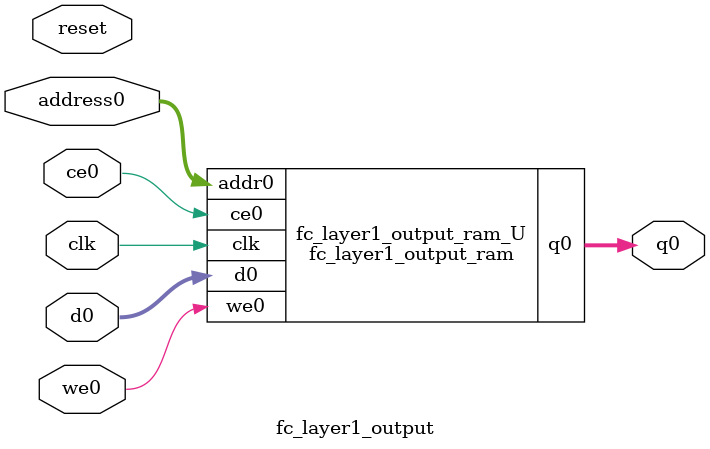
<source format=v>

`timescale 1 ns / 1 ps
module fc_layer1_output_ram (addr0, ce0, d0, we0, q0,  clk);

parameter DWIDTH = 32;
parameter AWIDTH = 7;
parameter MEM_SIZE = 120;

input[AWIDTH-1:0] addr0;
input ce0;
input[DWIDTH-1:0] d0;
input we0;
output reg[DWIDTH-1:0] q0;
input clk;

(* ram_style = "block" *)reg [DWIDTH-1:0] ram[0:MEM_SIZE-1];




always @(posedge clk)  
begin 
    if (ce0) 
    begin
        if (we0) 
        begin 
            ram[addr0] <= d0; 
            q0 <= d0;
        end 
        else 
            q0 <= ram[addr0];
    end
end


endmodule


`timescale 1 ns / 1 ps
module fc_layer1_output(
    reset,
    clk,
    address0,
    ce0,
    we0,
    d0,
    q0);

parameter DataWidth = 32'd32;
parameter AddressRange = 32'd120;
parameter AddressWidth = 32'd7;
input reset;
input clk;
input[AddressWidth - 1:0] address0;
input ce0;
input we0;
input[DataWidth - 1:0] d0;
output[DataWidth - 1:0] q0;



fc_layer1_output_ram fc_layer1_output_ram_U(
    .clk( clk ),
    .addr0( address0 ),
    .ce0( ce0 ),
    .d0( d0 ),
    .we0( we0 ),
    .q0( q0 ));

endmodule


</source>
